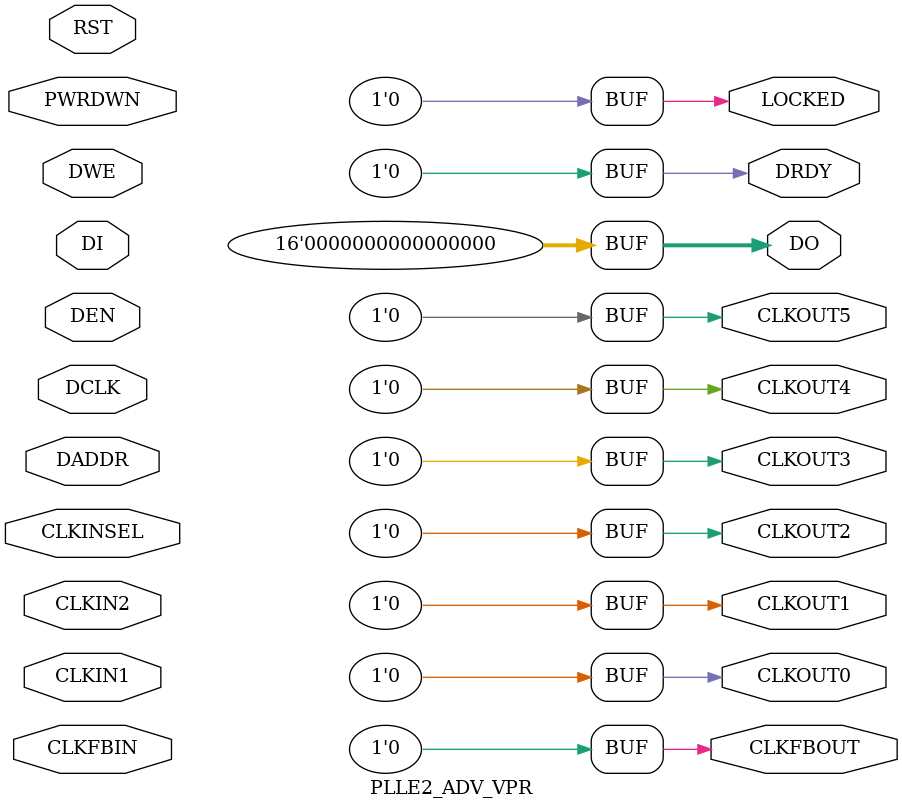
<source format=v>
module PLLE2_ADV_VPR(	// file.cleaned.mlir:2:3
  input         CLKFBIN,	// file.cleaned.mlir:2:31
                CLKIN1,	// file.cleaned.mlir:2:49
                CLKIN2,	// file.cleaned.mlir:2:66
                CLKINSEL,	// file.cleaned.mlir:2:83
                PWRDWN,	// file.cleaned.mlir:2:102
                RST,	// file.cleaned.mlir:2:119
                DCLK,	// file.cleaned.mlir:2:133
                DEN,	// file.cleaned.mlir:2:148
                DWE,	// file.cleaned.mlir:2:162
  input  [6:0]  DADDR,	// file.cleaned.mlir:2:176
  input  [15:0] DI,	// file.cleaned.mlir:2:192
  output        CLKFBOUT,	// file.cleaned.mlir:2:207
                CLKOUT0,	// file.cleaned.mlir:2:226
                CLKOUT1,	// file.cleaned.mlir:2:244
                CLKOUT2,	// file.cleaned.mlir:2:262
                CLKOUT3,	// file.cleaned.mlir:2:280
                CLKOUT4,	// file.cleaned.mlir:2:298
                CLKOUT5,	// file.cleaned.mlir:2:316
                LOCKED,	// file.cleaned.mlir:2:334
                DRDY,	// file.cleaned.mlir:2:351
  output [15:0] DO	// file.cleaned.mlir:2:366
);

  assign CLKFBOUT = 1'h0;	// file.cleaned.mlir:3:14, :5:5
  assign CLKOUT0 = 1'h0;	// file.cleaned.mlir:3:14, :5:5
  assign CLKOUT1 = 1'h0;	// file.cleaned.mlir:3:14, :5:5
  assign CLKOUT2 = 1'h0;	// file.cleaned.mlir:3:14, :5:5
  assign CLKOUT3 = 1'h0;	// file.cleaned.mlir:3:14, :5:5
  assign CLKOUT4 = 1'h0;	// file.cleaned.mlir:3:14, :5:5
  assign CLKOUT5 = 1'h0;	// file.cleaned.mlir:3:14, :5:5
  assign LOCKED = 1'h0;	// file.cleaned.mlir:3:14, :5:5
  assign DRDY = 1'h0;	// file.cleaned.mlir:3:14, :5:5
  assign DO = 16'h0;	// file.cleaned.mlir:4:15, :5:5
endmodule


</source>
